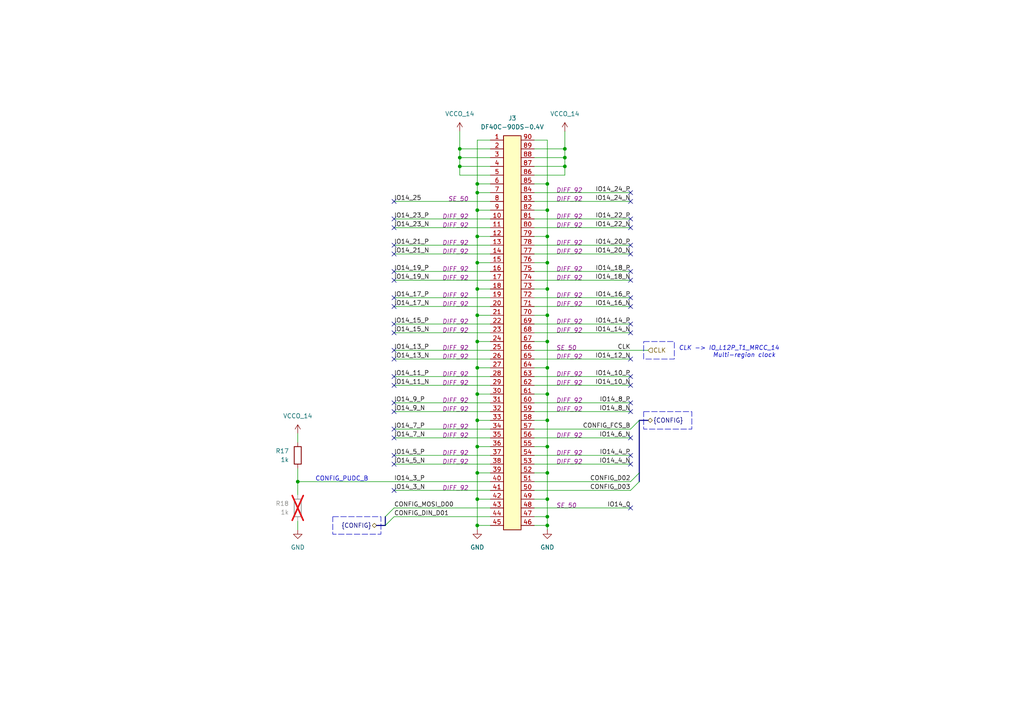
<source format=kicad_sch>
(kicad_sch (version 20250114) (generator "eeschema") (generator_version "9.0")
  (paper "A4")
  (title_block (title "nuku.carrier.template.basic") (date "2025-06-28") (rev "0") (company "Samuel López Asunción") (comment 1 "@supersmau"))
  (lib_symbols
    (symbol "Device:R" (pin_numbers (hide yes)) (pin_names (offset 0))
      (property "Reference" "R" (at 2.032 0 90))
      (property "Value" "R" (at 0 0 90))
      (symbol "R_0_1"
        (rectangle (start -1.016 -2.54) (end 1.016 2.54) (stroke (width 0.254)))
      )
      (symbol "R_1_1"
        (pin passive line (at 0 3.81 270) (length 1.27) (name "~") (number "1"))
        (pin passive line (at 0 -3.81 90) (length 1.27) (name "~") (number "2"))
      )
    )
    (symbol "nuku:DF40C-90DS-0.4V"
      (property "Reference" "J" (at 0 3.81 0))
      (property "Value" "DF40C-90DS-0.4V" (at 0 1.27 0))
      (symbol "DF40C-90DS-0.4V_0_1"
        (rectangle (start 0 0) (end 5.08 -114.3) (stroke (width 0.254)) (fill (type background)))
      )
      (symbol "DF40C-90DS-0.4V_1_1"
        (pin passive line (at -3.81 -1.27 0) (length 3.81) (name "") (number "1"))
        (pin passive line (at -3.81 -3.81 0) (length 3.81) (name "") (number "2"))
        (pin passive line (at -3.81 -6.35 0) (length 3.81) (name "") (number "3"))
        (pin passive line (at -3.81 -8.89 0) (length 3.81) (name "") (number "4"))
        (pin passive line (at -3.81 -11.43 0) (length 3.81) (name "") (number "5"))
        (pin passive line (at -3.81 -13.97 0) (length 3.81) (name "") (number "6"))
        (pin passive line (at -3.81 -16.51 0) (length 3.81) (name "") (number "7"))
        (pin passive line (at -3.81 -19.05 0) (length 3.81) (name "") (number "8"))
        (pin passive line (at -3.81 -21.59 0) (length 3.81) (name "") (number "9"))
        (pin passive line (at -3.81 -24.13 0) (length 3.81) (name "") (number "10"))
        (pin passive line (at -3.81 -26.67 0) (length 3.81) (name "") (number "11"))
        (pin passive line (at -3.81 -29.21 0) (length 3.81) (name "") (number "12"))
        (pin passive line (at -3.81 -31.75 0) (length 3.81) (name "") (number "13"))
        (pin passive line (at -3.81 -34.29 0) (length 3.81) (name "") (number "14"))
        (pin passive line (at -3.81 -36.83 0) (length 3.81) (name "") (number "15"))
        (pin passive line (at -3.81 -39.37 0) (length 3.81) (name "") (number "16"))
        (pin passive line (at -3.81 -41.91 0) (length 3.81) (name "") (number "17"))
        (pin passive line (at -3.81 -44.45 0) (length 3.81) (name "") (number "18"))
        (pin passive line (at -3.81 -46.99 0) (length 3.81) (name "") (number "19"))
        (pin passive line (at -3.81 -49.53 0) (length 3.81) (name "") (number "20"))
        (pin passive line (at -3.81 -52.07 0) (length 3.81) (name "") (number "21"))
        (pin passive line (at -3.81 -54.61 0) (length 3.81) (name "") (number "22"))
        (pin passive line (at -3.81 -57.15 0) (length 3.81) (name "") (number "23"))
        (pin passive line (at -3.81 -59.69 0) (length 3.81) (name "") (number "24"))
        (pin passive line (at -3.81 -62.23 0) (length 3.81) (name "") (number "25"))
        (pin passive line (at -3.81 -64.77 0) (length 3.81) (name "") (number "26"))
        (pin passive line (at -3.81 -67.31 0) (length 3.81) (name "") (number "27"))
        (pin passive line (at -3.81 -69.85 0) (length 3.81) (name "") (number "28"))
        (pin passive line (at -3.81 -72.39 0) (length 3.81) (name "") (number "29"))
        (pin passive line (at -3.81 -74.93 0) (length 3.81) (name "") (number "30"))
        (pin passive line (at -3.81 -77.47 0) (length 3.81) (name "") (number "31"))
        (pin passive line (at -3.81 -80.01 0) (length 3.81) (name "") (number "32"))
        (pin passive line (at -3.81 -82.55 0) (length 3.81) (name "") (number "33"))
        (pin passive line (at -3.81 -85.09 0) (length 3.81) (name "") (number "34"))
        (pin passive line (at -3.81 -87.63 0) (length 3.81) (name "") (number "35"))
        (pin passive line (at -3.81 -90.17 0) (length 3.81) (name "") (number "36"))
        (pin passive line (at -3.81 -92.71 0) (length 3.81) (name "") (number "37"))
        (pin passive line (at -3.81 -95.25 0) (length 3.81) (name "") (number "38"))
        (pin passive line (at -3.81 -97.79 0) (length 3.81) (name "") (number "39"))
        (pin passive line (at -3.81 -100.33 0) (length 3.81) (name "") (number "40"))
        (pin passive line (at -3.81 -102.87 0) (length 3.81) (name "") (number "41"))
        (pin passive line (at -3.81 -105.41 0) (length 3.81) (name "") (number "42"))
        (pin passive line (at -3.81 -107.95 0) (length 3.81) (name "") (number "43"))
        (pin passive line (at -3.81 -110.49 0) (length 3.81) (name "") (number "44"))
        (pin passive line (at -3.81 -113.03 0) (length 3.81) (name "") (number "45"))
        (pin passive line (at 8.89 -1.27 180) (length 3.81) (name "") (number "90"))
        (pin passive line (at 8.89 -3.81 180) (length 3.81) (name "") (number "89"))
        (pin passive line (at 8.89 -6.35 180) (length 3.81) (name "") (number "88"))
        (pin passive line (at 8.89 -8.89 180) (length 3.81) (name "") (number "87"))
        (pin passive line (at 8.89 -11.43 180) (length 3.81) (name "") (number "86"))
        (pin passive line (at 8.89 -13.97 180) (length 3.81) (name "") (number "85"))
        (pin passive line (at 8.89 -16.51 180) (length 3.81) (name "") (number "84"))
        (pin passive line (at 8.89 -19.05 180) (length 3.81) (name "") (number "83"))
        (pin passive line (at 8.89 -21.59 180) (length 3.81) (name "") (number "82"))
        (pin passive line (at 8.89 -24.13 180) (length 3.81) (name "") (number "81"))
        (pin passive line (at 8.89 -26.67 180) (length 3.81) (name "") (number "80"))
        (pin passive line (at 8.89 -29.21 180) (length 3.81) (name "") (number "79"))
        (pin passive line (at 8.89 -31.75 180) (length 3.81) (name "") (number "78"))
        (pin passive line (at 8.89 -34.29 180) (length 3.81) (name "") (number "77"))
        (pin passive line (at 8.89 -36.83 180) (length 3.81) (name "") (number "76"))
        (pin passive line (at 8.89 -39.37 180) (length 3.81) (name "") (number "75"))
        (pin passive line (at 8.89 -41.91 180) (length 3.81) (name "") (number "74"))
        (pin passive line (at 8.89 -44.45 180) (length 3.81) (name "") (number "73"))
        (pin passive line (at 8.89 -46.99 180) (length 3.81) (name "") (number "72"))
        (pin passive line (at 8.89 -49.53 180) (length 3.81) (name "") (number "71"))
        (pin passive line (at 8.89 -52.07 180) (length 3.81) (name "") (number "70"))
        (pin passive line (at 8.89 -54.61 180) (length 3.81) (name "") (number "69"))
        (pin passive line (at 8.89 -57.15 180) (length 3.81) (name "") (number "68"))
        (pin passive line (at 8.89 -59.69 180) (length 3.81) (name "") (number "67"))
        (pin passive line (at 8.89 -62.23 180) (length 3.81) (name "") (number "66"))
        (pin passive line (at 8.89 -64.77 180) (length 3.81) (name "") (number "65"))
        (pin passive line (at 8.89 -67.31 180) (length 3.81) (name "") (number "64"))
        (pin passive line (at 8.89 -69.85 180) (length 3.81) (name "") (number "63"))
        (pin passive line (at 8.89 -72.39 180) (length 3.81) (name "") (number "62"))
        (pin passive line (at 8.89 -74.93 180) (length 3.81) (name "") (number "61"))
        (pin passive line (at 8.89 -77.47 180) (length 3.81) (name "") (number "60"))
        (pin passive line (at 8.89 -80.01 180) (length 3.81) (name "") (number "59"))
        (pin passive line (at 8.89 -82.55 180) (length 3.81) (name "") (number "58"))
        (pin passive line (at 8.89 -85.09 180) (length 3.81) (name "") (number "57"))
        (pin passive line (at 8.89 -87.63 180) (length 3.81) (name "") (number "56"))
        (pin passive line (at 8.89 -90.17 180) (length 3.81) (name "") (number "55"))
        (pin passive line (at 8.89 -92.71 180) (length 3.81) (name "") (number "54"))
        (pin passive line (at 8.89 -95.25 180) (length 3.81) (name "") (number "53"))
        (pin passive line (at 8.89 -97.79 180) (length 3.81) (name "") (number "52"))
        (pin passive line (at 8.89 -100.33 180) (length 3.81) (name "") (number "51"))
        (pin passive line (at 8.89 -102.87 180) (length 3.81) (name "") (number "50"))
        (pin passive line (at 8.89 -105.41 180) (length 3.81) (name "") (number "49"))
        (pin passive line (at 8.89 -107.95 180) (length 3.81) (name "") (number "48"))
        (pin passive line (at 8.89 -110.49 180) (length 3.81) (name "") (number "47"))
        (pin passive line (at 8.89 -113.03 180) (length 3.81) (name "") (number "46"))
      )
    )
    (symbol "power:GND" (power) (pin_numbers (hide yes)) (pin_names (offset 0) (hide yes))
      (property "Value" "GND" (at 0 -3.81 0))
      (symbol "GND_0_1"
        (polyline (pts (xy 0 0) (xy 0 -1.27) (xy 1.27 -1.27) (xy 0 -2.54) (xy -1.27 -1.27) (xy 0 -1.27)))
      )
      (symbol "GND_1_1"
        (pin power_in line (at 0 0 270) (length 0) (name "~") (number "1"))
      )
    )
    (symbol "power:VCC" (power) (pin_numbers (hide yes)) (pin_names (offset 0) (hide yes))
      (property "Value" "VCC" (at 0 3.556 0))
      (symbol "VCC_0_1"
        (polyline (pts (xy -0.762 1.27) (xy 0 2.54)))
        (polyline (pts (xy 0 2.54) (xy 0.762 1.27)))
        (polyline (pts (xy 0 0) (xy 0 2.54)))
      )
      (symbol "VCC_1_1"
        (pin power_in line (at 0 0 90) (length 0) (name "~") (number "1"))
      )
    )
  )
  (rectangle (start 186.69 99.06) (end 195.58 104.14) (stroke (width 0) (type dash)))
  (rectangle (start 96.52 149.86) (end 110.49 154.94) (stroke (width 0) (type dash)))
  (rectangle (start 186.69 119.38) (end 200.66 124.46) (stroke (width 0) (type dash)))
  (text "CONFIG_PUDC_B" (at 91.44 139.7 0) (effects (font (size 1.27 1.27)) (justify left bottom)))
  (text "CLK -> IO_L12P_T1_MRCC_14\n		Multi-region clock" (at 196.85 100.33 0) (effects (font (size 1.27 1.27) (italic yes)) (justify left top)))
  (junction (at 163.83 43.18))
  (junction (at 158.75 106.68))
  (junction (at 138.43 129.54))
  (junction (at 163.83 48.26))
  (junction (at 158.75 149.86))
  (junction (at 158.75 68.58))
  (junction (at 138.43 121.92))
  (junction (at 138.43 83.82))
  (junction (at 138.43 60.96))
  (junction (at 158.75 114.3))
  (junction (at 158.75 53.34))
  (junction (at 133.35 45.72))
  (junction (at 158.75 83.82))
  (junction (at 138.43 152.4))
  (junction (at 138.43 144.78))
  (junction (at 158.75 91.44))
  (junction (at 158.75 76.2))
  (junction (at 138.43 106.68))
  (junction (at 158.75 144.78))
  (junction (at 158.75 137.16))
  (junction (at 158.75 121.92))
  (junction (at 138.43 114.3))
  (junction (at 133.35 48.26))
  (junction (at 158.75 129.54))
  (junction (at 138.43 91.44))
  (junction (at 158.75 60.96))
  (junction (at 158.75 152.4))
  (junction (at 138.43 55.88))
  (junction (at 138.43 99.06))
  (junction (at 133.35 43.18))
  (junction (at 86.36 139.7))
  (junction (at 163.83 45.72))
  (junction (at 138.43 137.16))
  (junction (at 138.43 76.2))
  (junction (at 138.43 68.58))
  (junction (at 158.75 99.06))
  (junction (at 138.43 53.34))
  (no_connect (at 182.88 81.28))
  (no_connect (at 114.3 88.9))
  (no_connect (at 182.88 109.22))
  (no_connect (at 114.3 78.74))
  (no_connect (at 114.3 81.28))
  (no_connect (at 182.88 119.38))
  (no_connect (at 182.88 66.04))
  (no_connect (at 182.88 55.88))
  (no_connect (at 114.3 86.36))
  (no_connect (at 182.88 73.66))
  (no_connect (at 182.88 132.08))
  (no_connect (at 182.88 58.42))
  (no_connect (at 114.3 109.22))
  (no_connect (at 182.88 78.74))
  (no_connect (at 182.88 88.9))
  (no_connect (at 114.3 142.24))
  (no_connect (at 114.3 134.62))
  (no_connect (at 114.3 116.84))
  (no_connect (at 182.88 116.84))
  (no_connect (at 114.3 66.04))
  (no_connect (at 182.88 63.5))
  (no_connect (at 182.88 71.12))
  (no_connect (at 114.3 104.14))
  (no_connect (at 182.88 134.62))
  (no_connect (at 114.3 127))
  (no_connect (at 114.3 96.52))
  (no_connect (at 114.3 124.46))
  (no_connect (at 182.88 127))
  (no_connect (at 182.88 147.32))
  (no_connect (at 182.88 96.52))
  (no_connect (at 182.88 93.98))
  (no_connect (at 114.3 71.12))
  (no_connect (at 114.3 63.5))
  (no_connect (at 114.3 111.76))
  (no_connect (at 114.3 132.08))
  (no_connect (at 114.3 58.42))
  (no_connect (at 114.3 119.38))
  (no_connect (at 182.88 111.76))
  (no_connect (at 182.88 104.14))
  (no_connect (at 182.88 86.36))
  (no_connect (at 114.3 101.6))
  (no_connect (at 114.3 73.66))
  (no_connect (at 114.3 93.98))
  (bus_entry (at 185.42 137.16) (size -2.54 2.54))
  (bus_entry (at 111.76 152.4) (size 2.54 -2.54))
  (bus_entry (at 111.76 149.86) (size 2.54 -2.54))
  (bus_entry (at 185.42 121.92) (size -2.54 2.54))
  (bus_entry (at 185.42 139.7) (size -2.54 2.54))
  (wire (pts (xy 154.94 111.76) (xy 182.88 111.76)))
  (wire (pts (xy 158.75 40.64) (xy 158.75 53.34)))
  (bus (pts (xy 185.42 121.92) (xy 185.42 137.16)))
  (wire (pts (xy 154.94 139.7) (xy 182.88 139.7)))
  (wire (pts (xy 138.43 99.06) (xy 138.43 91.44)))
  (wire (pts (xy 158.75 60.96) (xy 154.94 60.96)))
  (wire (pts (xy 154.94 73.66) (xy 182.88 73.66)))
  (wire (pts (xy 138.43 68.58) (xy 142.24 68.58)))
  (wire (pts (xy 114.3 66.04) (xy 142.24 66.04)))
  (wire (pts (xy 138.43 76.2) (xy 138.43 68.58)))
  (wire (pts (xy 138.43 40.64) (xy 138.43 53.34)))
  (wire (pts (xy 154.94 58.42) (xy 182.88 58.42)))
  (wire (pts (xy 154.94 147.32) (xy 182.88 147.32)))
  (wire (pts (xy 86.36 125.73) (xy 86.36 128.27)))
  (wire (pts (xy 114.3 78.74) (xy 142.24 78.74)))
  (wire (pts (xy 158.75 114.3) (xy 158.75 121.92)))
  (wire (pts (xy 158.75 99.06) (xy 158.75 106.68)))
  (wire (pts (xy 154.94 78.74) (xy 182.88 78.74)))
  (wire (pts (xy 154.94 104.14) (xy 182.88 104.14)))
  (wire (pts (xy 154.94 81.28) (xy 182.88 81.28)))
  (wire (pts (xy 138.43 83.82) (xy 138.43 76.2)))
  (wire (pts (xy 138.43 83.82) (xy 142.24 83.82)))
  (wire (pts (xy 158.75 83.82) (xy 158.75 76.2)))
  (wire (pts (xy 133.35 43.18) (xy 133.35 45.72)))
  (wire (pts (xy 158.75 144.78) (xy 158.75 149.86)))
  (wire (pts (xy 114.3 71.12) (xy 142.24 71.12)))
  (wire (pts (xy 158.75 76.2) (xy 158.75 68.58)))
  (bus (pts (xy 111.76 152.4) (xy 111.76 149.86)))
  (wire (pts (xy 142.24 40.64) (xy 138.43 40.64)))
  (wire (pts (xy 138.43 68.58) (xy 138.43 60.96)))
  (wire (pts (xy 154.94 96.52) (xy 182.88 96.52)))
  (wire (pts (xy 154.94 134.62) (xy 182.88 134.62)))
  (wire (pts (xy 114.3 73.66) (xy 142.24 73.66)))
  (wire (pts (xy 158.75 152.4) (xy 158.75 153.67)))
  (wire (pts (xy 114.3 142.24) (xy 142.24 142.24)))
  (wire (pts (xy 154.94 116.84) (xy 182.88 116.84)))
  (wire (pts (xy 138.43 114.3) (xy 142.24 114.3)))
  (wire (pts (xy 114.3 86.36) (xy 142.24 86.36)))
  (wire (pts (xy 138.43 99.06) (xy 138.43 106.68)))
  (wire (pts (xy 158.75 106.68) (xy 158.75 114.3)))
  (wire (pts (xy 114.3 88.9) (xy 142.24 88.9)))
  (wire (pts (xy 138.43 91.44) (xy 142.24 91.44)))
  (wire (pts (xy 138.43 60.96) (xy 142.24 60.96)))
  (wire (pts (xy 154.94 86.36) (xy 182.88 86.36)))
  (wire (pts (xy 158.75 129.54) (xy 154.94 129.54)))
  (wire (pts (xy 158.75 91.44) (xy 154.94 91.44)))
  (wire (pts (xy 138.43 55.88) (xy 142.24 55.88)))
  (wire (pts (xy 138.43 53.34) (xy 142.24 53.34)))
  (wire (pts (xy 114.3 81.28) (xy 142.24 81.28)))
  (wire (pts (xy 163.83 48.26) (xy 163.83 45.72)))
  (wire (pts (xy 154.94 93.98) (xy 182.88 93.98)))
  (wire (pts (xy 133.35 45.72) (xy 142.24 45.72)))
  (wire (pts (xy 158.75 144.78) (xy 154.94 144.78)))
  (wire (pts (xy 154.94 101.6) (xy 187.96 101.6)))
  (wire (pts (xy 114.3 63.5) (xy 142.24 63.5)))
  (wire (pts (xy 158.75 99.06) (xy 158.75 91.44)))
  (wire (pts (xy 138.43 76.2) (xy 142.24 76.2)))
  (wire (pts (xy 114.3 147.32) (xy 142.24 147.32)))
  (wire (pts (xy 138.43 137.16) (xy 138.43 144.78)))
  (wire (pts (xy 86.36 139.7) (xy 142.24 139.7)))
  (wire (pts (xy 154.94 63.5) (xy 182.88 63.5)))
  (wire (pts (xy 158.75 137.16) (xy 154.94 137.16)))
  (wire (pts (xy 114.3 119.38) (xy 142.24 119.38)))
  (wire (pts (xy 154.94 48.26) (xy 163.83 48.26)))
  (wire (pts (xy 163.83 43.18) (xy 163.83 45.72)))
  (wire (pts (xy 142.24 106.68) (xy 138.43 106.68)))
  (wire (pts (xy 158.75 129.54) (xy 158.75 137.16)))
  (wire (pts (xy 138.43 99.06) (xy 142.24 99.06)))
  (wire (pts (xy 114.3 132.08) (xy 142.24 132.08)))
  (wire (pts (xy 154.94 132.08) (xy 182.88 132.08)))
  (wire (pts (xy 158.75 68.58) (xy 154.94 68.58)))
  (wire (pts (xy 114.3 93.98) (xy 142.24 93.98)))
  (wire (pts (xy 154.94 142.24) (xy 182.88 142.24)))
  (wire (pts (xy 154.94 106.68) (xy 158.75 106.68)))
  (wire (pts (xy 133.35 50.8) (xy 142.24 50.8)))
  (wire (pts (xy 138.43 144.78) (xy 138.43 152.4)))
  (wire (pts (xy 138.43 60.96) (xy 138.43 55.88)))
  (wire (pts (xy 133.35 50.8) (xy 133.35 48.26)))
  (wire (pts (xy 158.75 53.34) (xy 158.75 60.96)))
  (bus (pts (xy 109.22 152.4) (xy 111.76 152.4)))
  (wire (pts (xy 138.43 129.54) (xy 138.43 137.16)))
  (wire (pts (xy 138.43 137.16) (xy 142.24 137.16)))
  (bus (pts (xy 185.42 137.16) (xy 185.42 139.7)))
  (wire (pts (xy 138.43 144.78) (xy 142.24 144.78)))
  (wire (pts (xy 138.43 55.88) (xy 138.43 53.34)))
  (wire (pts (xy 138.43 114.3) (xy 138.43 121.92)))
  (wire (pts (xy 154.94 40.64) (xy 158.75 40.64)))
  (wire (pts (xy 154.94 124.46) (xy 182.88 124.46)))
  (wire (pts (xy 138.43 106.68) (xy 138.43 114.3)))
  (wire (pts (xy 154.94 45.72) (xy 163.83 45.72)))
  (wire (pts (xy 114.3 111.76) (xy 142.24 111.76)))
  (wire (pts (xy 138.43 152.4) (xy 138.43 153.67)))
  (wire (pts (xy 154.94 109.22) (xy 182.88 109.22)))
  (wire (pts (xy 138.43 91.44) (xy 138.43 83.82)))
  (bus (pts (xy 187.96 121.92) (xy 185.42 121.92)))
  (wire (pts (xy 133.35 43.18) (xy 142.24 43.18)))
  (wire (pts (xy 86.36 139.7) (xy 86.36 143.51)))
  (wire (pts (xy 114.3 58.42) (xy 142.24 58.42)))
  (wire (pts (xy 154.94 71.12) (xy 182.88 71.12)))
  (wire (pts (xy 154.94 88.9) (xy 182.88 88.9)))
  (wire (pts (xy 138.43 121.92) (xy 138.43 129.54)))
  (wire (pts (xy 158.75 152.4) (xy 154.94 152.4)))
  (wire (pts (xy 154.94 50.8) (xy 163.83 50.8)))
  (wire (pts (xy 86.36 135.89) (xy 86.36 139.7)))
  (wire (pts (xy 154.94 119.38) (xy 182.88 119.38)))
  (wire (pts (xy 138.43 152.4) (xy 142.24 152.4)))
  (wire (pts (xy 114.3 116.84) (xy 142.24 116.84)))
  (wire (pts (xy 158.75 53.34) (xy 154.94 53.34)))
  (wire (pts (xy 158.75 137.16) (xy 158.75 144.78)))
  (wire (pts (xy 133.35 48.26) (xy 133.35 45.72)))
  (wire (pts (xy 114.3 104.14) (xy 142.24 104.14)))
  (wire (pts (xy 114.3 134.62) (xy 142.24 134.62)))
  (wire (pts (xy 138.43 129.54) (xy 142.24 129.54)))
  (wire (pts (xy 163.83 38.1) (xy 163.83 43.18)))
  (wire (pts (xy 114.3 109.22) (xy 142.24 109.22)))
  (wire (pts (xy 158.75 121.92) (xy 154.94 121.92)))
  (wire (pts (xy 158.75 121.92) (xy 158.75 129.54)))
  (wire (pts (xy 158.75 99.06) (xy 154.94 99.06)))
  (wire (pts (xy 154.94 43.18) (xy 163.83 43.18)))
  (wire (pts (xy 114.3 149.86) (xy 142.24 149.86)))
  (wire (pts (xy 133.35 38.1) (xy 133.35 43.18)))
  (wire (pts (xy 163.83 50.8) (xy 163.83 48.26)))
  (wire (pts (xy 154.94 127) (xy 182.88 127)))
  (wire (pts (xy 158.75 114.3) (xy 154.94 114.3)))
  (wire (pts (xy 114.3 96.52) (xy 142.24 96.52)))
  (wire (pts (xy 158.75 76.2) (xy 154.94 76.2)))
  (wire (pts (xy 86.36 151.13) (xy 86.36 153.67)))
  (wire (pts (xy 138.43 121.92) (xy 142.24 121.92)))
  (wire (pts (xy 154.94 66.04) (xy 182.88 66.04)))
  (wire (pts (xy 158.75 149.86) (xy 158.75 152.4)))
  (wire (pts (xy 133.35 48.26) (xy 142.24 48.26)))
  (wire (pts (xy 114.3 127) (xy 142.24 127)))
  (wire (pts (xy 154.94 55.88) (xy 182.88 55.88)))
  (wire (pts (xy 158.75 91.44) (xy 158.75 83.82)))
  (wire (pts (xy 114.3 101.6) (xy 142.24 101.6)))
  (wire (pts (xy 114.3 124.46) (xy 142.24 124.46)))
  (wire (pts (xy 154.94 149.86) (xy 158.75 149.86)))
  (wire (pts (xy 158.75 83.82) (xy 154.94 83.82)))
  (wire (pts (xy 158.75 68.58) (xy 158.75 60.96)))
  (label "IO14_10_P" (at 182.88 109.22 180) (property "Netclass" "DIFF_92" (at 161.29 109.22 0) (effects (font (italic yes)) (justify left bottom))))
  (label "IO14_17_N" (at 114.3 88.9 0) (property "Netclass" "DIFF_92" (at 135.89 88.9 0) (effects (font (italic yes)) (justify right bottom))))
  (label "IO14_15_N" (at 114.3 96.52 0) (property "Netclass" "DIFF_92" (at 135.89 96.52 0) (effects (font (italic yes)) (justify right bottom))))
  (label "CONFIG_D03" (at 182.88 142.24 180))
  (label "IO14_17_P" (at 114.3 86.36 0) (property "Netclass" "DIFF_92" (at 135.89 86.36 0) (effects (font (italic yes)) (justify right bottom))))
  (label "IO14_18_P" (at 182.88 78.74 180) (property "Netclass" "DIFF_92" (at 161.29 78.74 0) (effects (font (italic yes)) (justify left bottom))))
  (label "IO14_25" (at 114.3 58.42 0) (property "Netclass" "SE_50" (at 135.89 58.42 0) (effects (font (italic yes)) (justify right bottom))))
  (label "IO14_21_N" (at 114.3 73.66 0) (property "Netclass" "DIFF_92" (at 135.89 73.66 0) (effects (font (italic yes)) (justify right bottom))))
  (label "IO14_12_N" (at 182.88 104.14 180) (property "Netclass" "DIFF_92" (at 161.29 104.14 0) (effects (font (italic yes)) (justify left bottom))))
  (label "CONFIG_MOSI_D00" (at 114.3 147.32 0))
  (label "IO14_13_P" (at 114.3 101.6 0) (property "Netclass" "DIFF_92" (at 135.89 101.6 0) (effects (font (italic yes)) (justify right bottom))))
  (label "IO14_11_N" (at 114.3 111.76 0) (property "Netclass" "DIFF_92" (at 135.89 111.76 0) (effects (font (italic yes)) (justify right bottom))))
  (label "IO14_22_N" (at 182.88 66.04 180) (property "Netclass" "DIFF_92" (at 161.29 66.04 0) (effects (font (italic yes)) (justify left bottom))))
  (label "IO14_23_N" (at 114.3 66.04 0) (property "Netclass" "DIFF_92" (at 135.89 66.04 0) (effects (font (italic yes)) (justify right bottom))))
  (label "IO14_19_N" (at 114.3 81.28 0) (property "Netclass" "DIFF_92" (at 135.89 81.28 0) (effects (font (italic yes)) (justify right bottom))))
  (label "IO14_9_P" (at 114.3 116.84 0) (property "Netclass" "DIFF_92" (at 135.89 116.84 0) (effects (font (italic yes)) (justify right bottom))))
  (label "IO14_8_N" (at 182.88 119.38 180) (property "Netclass" "DIFF_92" (at 161.29 119.38 0) (effects (font (italic yes)) (justify left bottom))))
  (label "CONFIG_DIN_D01" (at 114.3 149.86 0))
  (label "IO14_7_P" (at 114.3 124.46 0) (property "Netclass" "DIFF_92" (at 135.89 124.46 0) (effects (font (italic yes)) (justify right bottom))))
  (label "IO14_23_P" (at 114.3 63.5 0) (property "Netclass" "DIFF_92" (at 135.89 63.5 0) (effects (font (italic yes)) (justify right bottom))))
  (label "IO14_20_N" (at 182.88 73.66 180) (property "Netclass" "DIFF_92" (at 161.29 73.66 0) (effects (font (italic yes)) (justify left bottom))))
  (label "IO14_19_P" (at 114.3 78.74 0) (property "Netclass" "DIFF_92" (at 135.89 78.74 0) (effects (font (italic yes)) (justify right bottom))))
  (label "IO14_3_P" (at 114.3 139.7 0))
  (label "IO14_15_P" (at 114.3 93.98 0) (property "Netclass" "DIFF_92" (at 135.89 93.98 0) (effects (font (italic yes)) (justify right bottom))))
  (label "IO14_16_N" (at 182.88 88.9 180) (property "Netclass" "DIFF_92" (at 161.29 88.9 0) (effects (font (italic yes)) (justify left bottom))))
  (label "IO14_5_P" (at 114.3 132.08 0) (property "Netclass" "DIFF_92" (at 135.89 132.08 0) (effects (font (italic yes)) (justify right bottom))))
  (label "IO14_4_N" (at 182.88 134.62 180) (property "Netclass" "DIFF_92" (at 161.29 134.62 0) (effects (font (italic yes)) (justify left bottom))))
  (label "IO14_21_P" (at 114.3 71.12 0) (property "Netclass" "DIFF_92" (at 135.89 71.12 0) (effects (font (italic yes)) (justify right bottom))))
  (label "IO14_5_N" (at 114.3 134.62 0) (property "Netclass" "DIFF_92" (at 135.89 134.62 0) (effects (font (italic yes)) (justify right bottom))))
  (label "CONFIG_FCS_B" (at 182.88 124.46 180))
  (label "IO14_3_N" (at 114.3 142.24 0) (property "Netclass" "DIFF_92" (at 135.89 142.24 0) (effects (font (italic yes)) (justify right bottom))))
  (label "IO14_13_N" (at 114.3 104.14 0) (property "Netclass" "DIFF_92" (at 135.89 104.14 0) (effects (font (italic yes)) (justify right bottom))))
  (label "IO14_14_P" (at 182.88 93.98 180) (property "Netclass" "DIFF_92" (at 161.29 93.98 0) (effects (font (italic yes)) (justify left bottom))))
  (label "IO14_14_N" (at 182.88 96.52 180) (property "Netclass" "DIFF_92" (at 161.29 96.52 0) (effects (font (italic yes)) (justify left bottom))))
  (label "IO14_10_N" (at 182.88 111.76 180) (property "Netclass" "DIFF_92" (at 161.29 111.76 0) (effects (font (italic yes)) (justify left bottom))))
  (label "IO14_7_N" (at 114.3 127 0) (property "Netclass" "DIFF_92" (at 135.89 127 0) (effects (font (italic yes)) (justify right bottom))))
  (label "IO14_0" (at 182.88 147.32 180) (property "Netclass" "SE_50" (at 161.29 147.32 0) (effects (font (italic yes)) (justify left bottom))))
  (label "IO14_16_P" (at 182.88 86.36 180) (property "Netclass" "DIFF_92" (at 161.29 86.36 0) (effects (font (italic yes)) (justify left bottom))))
  (label "IO14_8_P" (at 182.88 116.84 180) (property "Netclass" "DIFF_92" (at 161.29 116.84 0) (effects (font (italic yes)) (justify left bottom))))
  (label "IO14_4_P" (at 182.88 132.08 180) (property "Netclass" "DIFF_92" (at 161.29 132.08 0) (effects (font (italic yes)) (justify left bottom))))
  (label "IO14_11_P" (at 114.3 109.22 0) (property "Netclass" "DIFF_92" (at 135.89 109.22 0) (effects (font (italic yes)) (justify right bottom))))
  (label "IO14_20_P" (at 182.88 71.12 180) (property "Netclass" "DIFF_92" (at 161.29 71.12 0) (effects (font (italic yes)) (justify left bottom))))
  (label "IO14_24_N" (at 182.88 58.42 180) (property "Netclass" "DIFF_92" (at 161.29 58.42 0) (effects (font (italic yes)) (justify left bottom))))
  (label "CLK" (at 182.88 101.6 180) (property "Netclass" "SE_50" (at 161.29 101.6 0) (effects (font (italic yes)) (justify left bottom))))
  (label "CONFIG_D02" (at 182.88 139.7 180))
  (label "IO14_24_P" (at 182.88 55.88 180) (property "Netclass" "DIFF_92" (at 161.29 55.88 0) (effects (font (italic yes)) (justify left bottom))))
  (label "IO14_22_P" (at 182.88 63.5 180) (property "Netclass" "DIFF_92" (at 161.29 63.5 0) (effects (font (italic yes)) (justify left bottom))))
  (label "IO14_9_N" (at 114.3 119.38 0) (property "Netclass" "DIFF_92" (at 135.89 119.38 0) (effects (font (italic yes)) (justify right bottom))))
  (label "IO14_6_N" (at 182.88 127 180) (property "Netclass" "DIFF_92" (at 161.29 127 0) (effects (font (italic yes)) (justify left bottom))))
  (label "IO14_18_N" (at 182.88 81.28 180) (property "Netclass" "DIFF_92" (at 161.29 81.28 0) (effects (font (italic yes)) (justify left bottom))))
  (hierarchical_label "{CONFIG}" (shape bidirectional) (at 187.96 121.92 0))
  (hierarchical_label "{CONFIG}" (shape bidirectional) (at 109.22 152.4 180))
  (hierarchical_label "CLK" (shape input) (at 187.96 101.6 0))
  (symbol (lib_id "power:VCC") (at 163.83 38.1 0) (unit 1)
    (property "Reference" "#PWR014" (effects (hide yes)))
    (property "Value" "VCCO_14" (at 163.83 33.02 0))
    (property "Description" "Power symbol creates a global label with name \"VCC\"" (effects (hide yes)))
  )
  (symbol (lib_id "power:GND") (at 158.75 153.67 0) (mirror y) (unit 1)
    (property "Reference" "#PWR018" (effects (hide yes)))
    (property "Value" "GND" (at 158.75 158.75 0))
    (property "Description" "Power symbol creates a global label with name \"GND\" , ground" (effects (hide yes)))
  )
  (symbol (lib_id "power:GND") (at 86.36 153.67 0) (mirror y) (unit 1)
    (property "Reference" "#PWR062" (effects (hide yes)))
    (property "Value" "GND" (at 86.36 158.75 0))
    (property "Description" "Power symbol creates a global label with name \"GND\" , ground" (effects (hide yes)))
  )
  (symbol (lib_id "Device:R") (at 86.36 147.32 0) (mirror x) (unit 1) (in_bom no) (dnp yes)
    (property "Reference" "R18" (at 83.82 146.0499 0) (effects (justify right)))
    (property "Value" "1k" (at 83.82 148.5899 0) (effects (justify right)))
    (property "Footprint" "Resistor_SMD:R_0402_1005Metric" (effects (hide yes)))
    (property "Description" "Resistor" (effects (hide yes)))
    (property "LCSC" "C11702" (effects (hide yes)))
  )
  (symbol (lib_id "nuku:DF40C-90DS-0.4V") (at 146.05 39.37 0) (unit 1)
    (property "Reference" "J3" (at 148.59 34.29 0))
    (property "Value" "DF40C-90DS-0.4V" (at 148.59 36.83 0))
    (property "Footprint" "nuku:DF40C-90DS-0.4V" (effects (hide yes)))
    (property "Datasheet" "https://www.lcsc.com/datasheet/lcsc_datasheet_2206011716_HRS-Hirose-DF40C-90DS-0-4V-51_C2911197.pdf" (effects (hide yes)))
    (property "LCSC" "C2911197" (effects (hide yes)))
  )
  (symbol (lib_id "Device:R") (at 86.36 132.08 0) (mirror x) (unit 1)
    (property "Reference" "R17" (at 83.82 130.8099 0) (effects (justify right)))
    (property "Value" "1k" (at 83.82 133.3499 0) (effects (justify right)))
    (property "Footprint" "Resistor_SMD:R_0402_1005Metric" (effects (hide yes)))
    (property "Description" "Resistor" (effects (hide yes)))
    (property "LCSC" "C11702" (effects (hide yes)))
  )
  (symbol (lib_id "power:VCC") (at 86.36 125.73 0) (mirror y) (unit 1)
    (property "Reference" "#PWR060" (effects (hide yes)))
    (property "Value" "VCCO_14" (at 86.36 120.65 0))
    (property "Description" "Power symbol creates a global label with name \"VCC\"" (effects (hide yes)))
  )
  (symbol (lib_id "power:GND") (at 138.43 153.67 0) (unit 1)
    (property "Reference" "#PWR017" (effects (hide yes)))
    (property "Value" "GND" (at 138.43 158.75 0))
    (property "Description" "Power symbol creates a global label with name \"GND\" , ground" (effects (hide yes)))
  )
  (symbol (lib_id "power:VCC") (at 133.35 38.1 0) (unit 1)
    (property "Reference" "#PWR013" (effects (hide yes)))
    (property "Value" "VCCO_14" (at 133.35 33.02 0))
    (property "Description" "Power symbol creates a global label with name \"VCC\"" (effects (hide yes)))
  )
)
</source>
